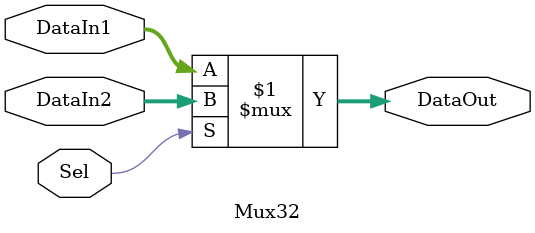
<source format=v>
`timescale 1ns / 1ps


module Mux32(Sel,DataIn1,DataIn2,DataOut);
    input Sel;
    input [31:0] DataIn1;
    input [31:0] DataIn2;
    output [31:0] DataOut;
    assign DataOut = Sel? DataIn2:DataIn1;
endmodule

</source>
